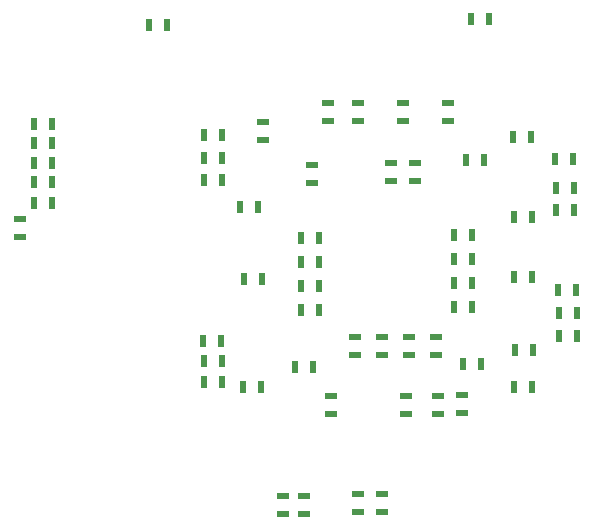
<source format=gbp>
G04 #@! TF.FileFunction,Paste,Bot*
%FSLAX46Y46*%
G04 Gerber Fmt 4.6, Leading zero omitted, Abs format (unit mm)*
G04 Created by KiCad (PCBNEW 4.0.6) date 10/22/17 14:56:47*
%MOMM*%
%LPD*%
G01*
G04 APERTURE LIST*
%ADD10C,0.100000*%
%ADD11R,0.571500X1.028700*%
%ADD12R,1.028700X0.571500*%
G04 APERTURE END LIST*
D10*
D11*
X127254000Y-101092000D03*
X128778000Y-101092000D03*
D12*
X134874000Y-90678000D03*
X134874000Y-92202000D03*
X134112000Y-106934000D03*
X134112000Y-105410000D03*
D11*
X127254000Y-97028000D03*
X128778000Y-97028000D03*
D12*
X131826000Y-106934000D03*
X131826000Y-105410000D03*
D11*
X141732000Y-102870000D03*
X140208000Y-102870000D03*
X141224000Y-90424000D03*
X142748000Y-90424000D03*
X150372000Y-94660000D03*
X148848000Y-94660000D03*
X141732000Y-98806000D03*
X140208000Y-98806000D03*
X149078000Y-101380000D03*
X150602000Y-101380000D03*
X141732000Y-100838000D03*
X140208000Y-100838000D03*
X120602000Y-90220000D03*
X119078000Y-90220000D03*
X119058000Y-107430000D03*
X120582000Y-107430000D03*
X128270000Y-107950000D03*
X126746000Y-107950000D03*
X127254000Y-103124000D03*
X128778000Y-103124000D03*
D12*
X138684000Y-106934000D03*
X138684000Y-105410000D03*
D11*
X141732000Y-96774000D03*
X140208000Y-96774000D03*
X149108000Y-103360000D03*
X150632000Y-103360000D03*
X150632000Y-105250000D03*
X149108000Y-105250000D03*
X140970000Y-107696000D03*
X142494000Y-107696000D03*
X127254000Y-99060000D03*
X128778000Y-99060000D03*
D12*
X136906000Y-90678000D03*
X136906000Y-92202000D03*
X136398000Y-106934000D03*
X136398000Y-105410000D03*
D11*
X120622000Y-109160000D03*
X119098000Y-109160000D03*
X119098000Y-88250000D03*
X120622000Y-88250000D03*
D12*
X124040000Y-87138000D03*
X124040000Y-88662000D03*
D11*
X148848000Y-92790000D03*
X150372000Y-92790000D03*
D12*
X129830000Y-110388000D03*
X129830000Y-111912000D03*
X138880000Y-110338000D03*
X138880000Y-111862000D03*
X139700000Y-85598000D03*
X139700000Y-87122000D03*
X132080000Y-85598000D03*
X132080000Y-87122000D03*
D11*
X123672000Y-94400000D03*
X122148000Y-94400000D03*
X123992000Y-100470000D03*
X122468000Y-100470000D03*
X145288000Y-100330000D03*
X146812000Y-100330000D03*
X145288000Y-95250000D03*
X146812000Y-95250000D03*
D12*
X135890000Y-85598000D03*
X135890000Y-87122000D03*
X129540000Y-85598000D03*
X129540000Y-87122000D03*
X136210000Y-110378000D03*
X136210000Y-111902000D03*
X140890000Y-110308000D03*
X140890000Y-111832000D03*
D11*
X104668000Y-88950000D03*
X106192000Y-88950000D03*
X104678000Y-90610000D03*
X106202000Y-90610000D03*
X104678000Y-94020000D03*
X106202000Y-94020000D03*
X104658000Y-87330000D03*
X106182000Y-87330000D03*
X104668000Y-92260000D03*
X106192000Y-92260000D03*
X119068000Y-92090000D03*
X120592000Y-92090000D03*
X145388000Y-106510000D03*
X146912000Y-106510000D03*
X119008000Y-105700000D03*
X120532000Y-105700000D03*
X150342000Y-90290000D03*
X148818000Y-90290000D03*
D12*
X128240000Y-90818000D03*
X128240000Y-92342000D03*
D11*
X146862000Y-109650000D03*
X145338000Y-109650000D03*
X122338000Y-109650000D03*
X123862000Y-109650000D03*
X146762000Y-88450000D03*
X145238000Y-88450000D03*
D12*
X103510000Y-95408000D03*
X103510000Y-96932000D03*
D11*
X115952000Y-79000000D03*
X114428000Y-79000000D03*
X143222000Y-78440000D03*
X141698000Y-78440000D03*
D12*
X127530000Y-120362000D03*
X127530000Y-118838000D03*
X125760000Y-120362000D03*
X125760000Y-118838000D03*
X132070000Y-120172000D03*
X132070000Y-118648000D03*
X134120000Y-120172000D03*
X134120000Y-118648000D03*
M02*

</source>
